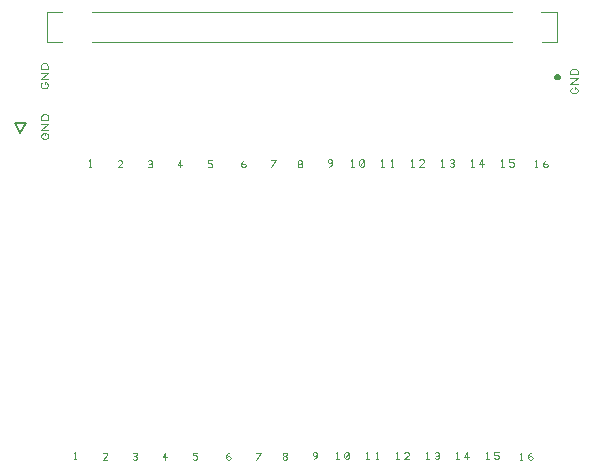
<source format=gbr>
G04 DesignSpark PCB Gerber Version 10.0 Build 5299*
%FSLAX35Y35*%
%MOIN*%
%ADD84C,0.00100*%
%ADD85C,0.00394*%
%ADD10C,0.00500*%
%ADD12C,0.01969*%
X0Y0D02*
D02*
D10*
X14586Y134239D02*
X18336D01*
X16347Y130924D01*
X14586Y134239D01*
D02*
D12*
X195250Y149402D02*
G75*
G03*
X195683I217J0D01*
G01*
X195250D02*
G75*
G02*
X195683I217J0D01*
G01*
X195289D02*
G75*
G03*
X195683I197J0D01*
G01*
X195289D02*
X195683D02*
D02*
D84*
X24618Y147099D02*
Y147689D01*
X24815D01*
X25209Y147493D01*
X25406Y147296D01*
X25602Y146902D01*
Y146508D01*
X25406Y146115D01*
X25209Y145918D01*
X24815Y145721D01*
X24028D01*
X23634Y145918D01*
X23437Y146115D01*
X23240Y146508D01*
Y146902D01*
X23437Y147296D01*
X23634Y147493D01*
X24028Y147689D01*
X25602Y148870D02*
X23240D01*
X25602Y150839D01*
X23240D01*
X25602Y152020D02*
X23240D01*
Y153201D01*
X23437Y153595D01*
X23634Y153792D01*
X24028Y153989D01*
X24815D01*
X25209Y153792D01*
X25406Y153595D01*
X25602Y153201D01*
Y152020D01*
X24743Y130126D02*
Y130716D01*
X24940D01*
X25333Y130519D01*
X25530Y130322D01*
X25727Y129929D01*
Y129535D01*
X25530Y129141D01*
X25333Y128944D01*
X24940Y128748D01*
X24152D01*
X23759Y128944D01*
X23562Y129141D01*
X23365Y129535D01*
Y129929D01*
X23562Y130322D01*
X23759Y130519D01*
X24152Y130716D01*
X25727Y131897D02*
X23365D01*
X25727Y133866D01*
X23365D01*
X25727Y135047D02*
X23365D01*
Y136228D01*
X23562Y136622D01*
X23759Y136819D01*
X24152Y137015D01*
X24940D01*
X25333Y136819D01*
X25530Y136622D01*
X25727Y136228D01*
Y135047D01*
X34204Y22091D02*
X34991D01*
X34597D02*
Y24453D01*
X34204Y24059D01*
X39204Y119591D02*
X39991D01*
X39597D02*
Y121953D01*
X39204Y121559D01*
X45385Y21900D02*
X43810D01*
X45188Y23278D01*
X45385Y23672D01*
X45188Y24066D01*
X44794Y24263D01*
X44204D01*
X43810Y24066D01*
X50385Y119400D02*
X48810D01*
X50188Y120778D01*
X50385Y121172D01*
X50188Y121566D01*
X49794Y121763D01*
X49204D01*
X48810Y121566D01*
X54007Y22097D02*
X54400Y21900D01*
X54794D01*
X55188Y22097D01*
X55385Y22491D01*
X55188Y22885D01*
X54794Y23081D01*
X54400D01*
X54794D02*
X55188Y23278D01*
X55385Y23672D01*
X55188Y24066D01*
X54794Y24263D01*
X54400D01*
X54007Y24066D01*
X59007Y119597D02*
X59400Y119400D01*
X59794D01*
X60188Y119597D01*
X60385Y119991D01*
X60188Y120385D01*
X59794Y120581D01*
X59400D01*
X59794D02*
X60188Y120778D01*
X60385Y121172D01*
X60188Y121566D01*
X59794Y121763D01*
X59400D01*
X59007Y121566D01*
X64794Y21900D02*
Y24263D01*
X63810Y22688D01*
X65385D01*
X69794Y119400D02*
Y121763D01*
X68810Y120188D01*
X70385D01*
X73810Y22097D02*
X74204Y21900D01*
X74794D01*
X75188Y22097D01*
X75385Y22491D01*
Y22688D01*
X75188Y23081D01*
X74794Y23278D01*
X73810D01*
Y24263D01*
X75385D01*
X78810Y119597D02*
X79204Y119400D01*
X79794D01*
X80188Y119597D01*
X80385Y119991D01*
Y120188D01*
X80188Y120581D01*
X79794Y120778D01*
X78810D01*
Y121763D01*
X80385D01*
X85060Y22491D02*
X85257Y22885D01*
X85650Y23081D01*
X86044D01*
X86438Y22885D01*
X86635Y22491D01*
X86438Y22097D01*
X86044Y21900D01*
X85650D01*
X85257Y22097D01*
X85060Y22491D01*
Y23081D01*
X85257Y23672D01*
X85650Y24066D01*
X86044Y24263D01*
X90060Y119991D02*
X90257Y120385D01*
X90650Y120581D01*
X91044D01*
X91438Y120385D01*
X91635Y119991D01*
X91438Y119597D01*
X91044Y119400D01*
X90650D01*
X90257Y119597D01*
X90060Y119991D01*
Y120581D01*
X90257Y121172D01*
X90650Y121566D01*
X91044Y121763D01*
X95060Y21900D02*
X96635Y24263D01*
X95060D01*
X100060Y119400D02*
X101635Y121763D01*
X100060D01*
X104400Y23081D02*
X104794D01*
X105188Y23278D01*
X105385Y23672D01*
X105188Y24066D01*
X104794Y24263D01*
X104400D01*
X104007Y24066D01*
X103810Y23672D01*
X104007Y23278D01*
X104400Y23081D01*
X104007Y22885D01*
X103810Y22491D01*
X104007Y22097D01*
X104400Y21900D01*
X104794D01*
X105188Y22097D01*
X105385Y22491D01*
X105188Y22885D01*
X104794Y23081D01*
X109400Y120581D02*
X109794D01*
X110188Y120778D01*
X110385Y121172D01*
X110188Y121566D01*
X109794Y121763D01*
X109400D01*
X109007Y121566D01*
X108810Y121172D01*
X109007Y120778D01*
X109400Y120581D01*
X109007Y120385D01*
X108810Y119991D01*
X109007Y119597D01*
X109400Y119400D01*
X109794D01*
X110188Y119597D01*
X110385Y119991D01*
X110188Y120385D01*
X109794Y120581D01*
X114400Y22091D02*
X114794Y22287D01*
X115188Y22681D01*
X115385Y23272D01*
Y23862D01*
X115188Y24256D01*
X114794Y24453D01*
X114400D01*
X114007Y24256D01*
X113810Y23862D01*
X114007Y23469D01*
X114400Y23272D01*
X114794D01*
X115188Y23469D01*
X115385Y23862D01*
X119400Y119591D02*
X119794Y119787D01*
X120188Y120181D01*
X120385Y120772D01*
Y121362D01*
X120188Y121756D01*
X119794Y121953D01*
X119400D01*
X119007Y121756D01*
X118810Y121362D01*
X119007Y120969D01*
X119400Y120772D01*
X119794D01*
X120188Y120969D01*
X120385Y121362D01*
X121704Y22091D02*
X122491D01*
X122097D02*
Y24453D01*
X121704Y24059D01*
X124656Y22287D02*
X125050Y22091D01*
X125444D01*
X125837Y22287D01*
X126034Y22681D01*
Y23862D01*
X125837Y24256D01*
X125444Y24453D01*
X125050D01*
X124656Y24256D01*
X124459Y23862D01*
Y22681D01*
X124656Y22287D01*
X125837Y24256D01*
X126704Y119591D02*
X127491D01*
X127097D02*
Y121953D01*
X126704Y121559D01*
X129656Y119787D02*
X130050Y119591D01*
X130444D01*
X130837Y119787D01*
X131034Y120181D01*
Y121362D01*
X130837Y121756D01*
X130444Y121953D01*
X130050D01*
X129656Y121756D01*
X129459Y121362D01*
Y120181D01*
X129656Y119787D01*
X130837Y121756D01*
X131704Y22091D02*
X132491D01*
X132097D02*
Y24453D01*
X131704Y24059D01*
X134853Y22091D02*
X135641D01*
X135247D02*
Y24453D01*
X134853Y24059D01*
X136704Y119591D02*
X137491D01*
X137097D02*
Y121953D01*
X136704Y121559D01*
X139853Y119591D02*
X140641D01*
X140247D02*
Y121953D01*
X139853Y121559D01*
X141704Y22091D02*
X142491D01*
X142097D02*
Y24453D01*
X141704Y24059D01*
X146034Y22091D02*
X144459D01*
X145837Y23469D01*
X146034Y23862D01*
X145837Y24256D01*
X145444Y24453D01*
X144853D01*
X144459Y24256D01*
X146704Y119591D02*
X147491D01*
X147097D02*
Y121953D01*
X146704Y121559D01*
X151034Y119591D02*
X149459D01*
X150837Y120969D01*
X151034Y121362D01*
X150837Y121756D01*
X150444Y121953D01*
X149853D01*
X149459Y121756D01*
X151704Y22091D02*
X152491D01*
X152097D02*
Y24453D01*
X151704Y24059D01*
X154656Y22287D02*
X155050Y22091D01*
X155444D01*
X155837Y22287D01*
X156034Y22681D01*
X155837Y23075D01*
X155444Y23272D01*
X155050D01*
X155444D02*
X155837Y23469D01*
X156034Y23862D01*
X155837Y24256D01*
X155444Y24453D01*
X155050D01*
X154656Y24256D01*
X156704Y119591D02*
X157491D01*
X157097D02*
Y121953D01*
X156704Y121559D01*
X159656Y119787D02*
X160050Y119591D01*
X160444D01*
X160837Y119787D01*
X161034Y120181D01*
X160837Y120575D01*
X160444Y120772D01*
X160050D01*
X160444D02*
X160837Y120969D01*
X161034Y121362D01*
X160837Y121756D01*
X160444Y121953D01*
X160050D01*
X159656Y121756D01*
X161704Y22091D02*
X162491D01*
X162097D02*
Y24453D01*
X161704Y24059D01*
X165444Y22091D02*
Y24453D01*
X164459Y22878D01*
X166034D01*
X166704Y119591D02*
X167491D01*
X167097D02*
Y121953D01*
X166704Y121559D01*
X170444Y119591D02*
Y121953D01*
X169459Y120378D01*
X171034D01*
X171704Y22091D02*
X172491D01*
X172097D02*
Y24453D01*
X171704Y24059D01*
X174459Y22287D02*
X174853Y22091D01*
X175444D01*
X175837Y22287D01*
X176034Y22681D01*
Y22878D01*
X175837Y23272D01*
X175444Y23469D01*
X174459D01*
Y24453D01*
X176034D01*
X176704Y119591D02*
X177491D01*
X177097D02*
Y121953D01*
X176704Y121559D01*
X179459Y119787D02*
X179853Y119591D01*
X180444D01*
X180837Y119787D01*
X181034Y120181D01*
Y120378D01*
X180837Y120772D01*
X180444Y120969D01*
X179459D01*
Y121953D01*
X181034D01*
X182954Y21900D02*
X183741D01*
X183347D02*
Y24263D01*
X182954Y23869D01*
X185709Y22491D02*
X185906Y22885D01*
X186300Y23081D01*
X186694D01*
X187087Y22885D01*
X187284Y22491D01*
X187087Y22097D01*
X186694Y21900D01*
X186300D01*
X185906Y22097D01*
X185709Y22491D01*
Y23081D01*
X185906Y23672D01*
X186300Y24066D01*
X186694Y24263D01*
X187954Y119400D02*
X188741D01*
X188347D02*
Y121763D01*
X187954Y121369D01*
X190709Y119991D02*
X190906Y120385D01*
X191300Y120581D01*
X191694D01*
X192087Y120385D01*
X192284Y119991D01*
X192087Y119597D01*
X191694Y119400D01*
X191300D01*
X190906Y119597D01*
X190709Y119991D01*
Y120581D01*
X190906Y121172D01*
X191300Y121566D01*
X191694Y121763D01*
X201175Y145378D02*
Y145969D01*
X201372D01*
X201766Y145772D01*
X201963Y145575D01*
X202159Y145181D01*
Y144787D01*
X201963Y144394D01*
X201766Y144197D01*
X201372Y144000D01*
X200585D01*
X200191Y144197D01*
X199994Y144394D01*
X199797Y144787D01*
Y145181D01*
X199994Y145575D01*
X200191Y145772D01*
X200585Y145969D01*
X202159Y147150D02*
X199797D01*
X202159Y149118D01*
X199797D01*
X202159Y150299D02*
X199797D01*
Y151480D01*
X199994Y151874D01*
X200191Y152071D01*
X200585Y152268D01*
X201372D01*
X201766Y152071D01*
X201963Y151874D01*
X202159Y151480D01*
Y150299D01*
D02*
D85*
X25250Y161134D02*
Y171134D01*
X30250D01*
X25250Y161134D02*
Y161213D01*
X30250D01*
Y161134D01*
X25250D01*
Y171134D01*
X30250D01*
X25250Y161134D02*
Y171134D02*
X30250D02*
X40250D02*
X180250Y161213D02*
X40368D01*
Y161134D01*
X180250D01*
Y161213D01*
Y171134D02*
X40250D01*
X180250D02*
X40250D01*
X189974D02*
X195250D01*
Y161213D01*
X189974Y171134D02*
X195250D01*
Y161213D01*
X190250Y161134D02*
X195250D02*
X190250D01*
X195250D02*
X190250D01*
X195250Y161213D02*
Y171134D02*
X0Y0D02*
M02*

</source>
